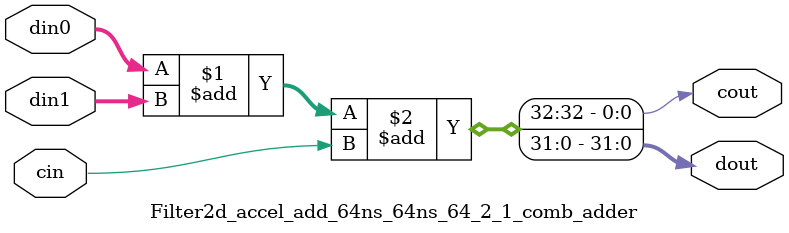
<source format=v>
`timescale 1 ns / 1 ps

module Filter2d_accel_add_64ns_64ns_64_2_1(clk, reset, ce, din0, din1, dout);
parameter ID         = 1;              // core ID, unused in RTL
parameter NUM_STAGE  = 2;
parameter din0_WIDTH = 64;   // data bitwidth
parameter din1_WIDTH = 64;   // 
parameter dout_WIDTH = 64;   // output bitwidth

// ---- input/output ports list here ----
input   clk;
input   reset;
input   ce;
input  [din0_WIDTH - 1 : 0] din0;
input  [din1_WIDTH - 1 : 0] din1;

output [dout_WIDTH - 1 : 0] dout;
//   

// wire for the primary inputs
wire [64 - 1 : 0] ain_s0 = din0;
wire [64 - 1 : 0] bin_s0 = din1;

// This AddSub module have totally 2 stages. For each stage the adder's width are:
// [32,32]
//  
//   

// Stage 1 logic
wire [32 - 1 : 0]    fas_s1;
wire                 facout_s1;
// 
reg  [32 - 1 : 0]    ain_s1;
reg  [32 - 1 : 0]    bin_s1;
reg  [32 - 1 : 0]    sum_s1;
reg                  carry_s1;
// 
//  
//  
// 
Filter2d_accel_add_64ns_64ns_64_2_1_comb_adder #(
    .N    ( 32 )
) u1 (
    .din0    ( ain_s0[32 - 1 : 0] ),
    .din1    ( bin_s0[32 - 1 : 0] ),
    .cin  ( 1'b0 ),
    .dout    ( fas_s1 ),
    .cout ( facout_s1 )
);

// 
always @ (posedge clk) begin
    if (ce) begin
        sum_s1   <= fas_s1;
        carry_s1 <= facout_s1;
    end
end

always @ (posedge clk) begin
    if (ce) begin
        ain_s1 <= ain_s0[64 - 1 : 32];
    end
end

always @ (posedge clk) begin
    if (ce) begin
        bin_s1 <= bin_s0[64 - 1 : 32];
    end
end
//  
//   

// Stage 2 logic
wire [32 - 1 : 0]    fas_s2;
wire                 facout_s2;
// 
// 
Filter2d_accel_add_64ns_64ns_64_2_1_comb_adder #(
    .N    ( 32 )
) u2 (
    .din0    ( ain_s1[32 - 1 : 0] ),
    .din1    ( bin_s1[32 - 1 : 0] ),
    .cin  ( carry_s1 ),
    .dout    ( fas_s2 ),
    .cout ( facout_s2 )
);

// 
assign dout = {fas_s2, sum_s1 };
//  
// 
endmodule

// small adder
module Filter2d_accel_add_64ns_64ns_64_2_1_comb_adder 
#(parameter
    N = 32
)(
    input  [N-1 : 0]    din0,
    input  [N-1 : 0]    din1,
    input  wire         cin,
    output [N-1 : 0]    dout,
    output wire         cout
);
assign {cout, dout} = din0 + din1 + cin;
endmodule
// 

</source>
